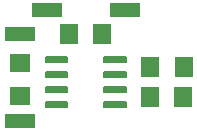
<source format=gtp>
G04 EAGLE Gerber RS-274X export*
G75*
%MOMM*%
%FSLAX34Y34*%
%LPD*%
%INTop Paste*%
%IPPOS*%
%AMOC8*
5,1,8,0,0,1.08239X$1,22.5*%
G01*
%ADD10R,1.800000X1.600000*%
%ADD11R,1.600000X1.800000*%
%ADD12R,2.540000X1.270000*%
%ADD13R,1.600000X1.803000*%
%ADD14C,0.150000*%


D10*
X25400Y36800D03*
X25400Y64800D03*
D11*
X135860Y35560D03*
X163860Y35560D03*
X67280Y88900D03*
X95280Y88900D03*
D12*
X25400Y15240D03*
X25400Y88900D03*
X114300Y109220D03*
D13*
X135640Y60960D03*
X164080Y60960D03*
D14*
X65680Y65060D02*
X47480Y65060D01*
X47480Y69560D01*
X65680Y69560D01*
X65680Y65060D01*
X65680Y66485D02*
X47480Y66485D01*
X47480Y67910D02*
X65680Y67910D01*
X65680Y69335D02*
X47480Y69335D01*
X47480Y52360D02*
X65680Y52360D01*
X47480Y52360D02*
X47480Y56860D01*
X65680Y56860D01*
X65680Y52360D01*
X65680Y53785D02*
X47480Y53785D01*
X47480Y55210D02*
X65680Y55210D01*
X65680Y56635D02*
X47480Y56635D01*
X47480Y39660D02*
X65680Y39660D01*
X47480Y39660D02*
X47480Y44160D01*
X65680Y44160D01*
X65680Y39660D01*
X65680Y41085D02*
X47480Y41085D01*
X47480Y42510D02*
X65680Y42510D01*
X65680Y43935D02*
X47480Y43935D01*
X47480Y26960D02*
X65680Y26960D01*
X47480Y26960D02*
X47480Y31460D01*
X65680Y31460D01*
X65680Y26960D01*
X65680Y28385D02*
X47480Y28385D01*
X47480Y29810D02*
X65680Y29810D01*
X65680Y31235D02*
X47480Y31235D01*
X96880Y26960D02*
X115080Y26960D01*
X96880Y26960D02*
X96880Y31460D01*
X115080Y31460D01*
X115080Y26960D01*
X115080Y28385D02*
X96880Y28385D01*
X96880Y29810D02*
X115080Y29810D01*
X115080Y31235D02*
X96880Y31235D01*
X96880Y39660D02*
X115080Y39660D01*
X96880Y39660D02*
X96880Y44160D01*
X115080Y44160D01*
X115080Y39660D01*
X115080Y41085D02*
X96880Y41085D01*
X96880Y42510D02*
X115080Y42510D01*
X115080Y43935D02*
X96880Y43935D01*
X96880Y52360D02*
X115080Y52360D01*
X96880Y52360D02*
X96880Y56860D01*
X115080Y56860D01*
X115080Y52360D01*
X115080Y53785D02*
X96880Y53785D01*
X96880Y55210D02*
X115080Y55210D01*
X115080Y56635D02*
X96880Y56635D01*
X96880Y65060D02*
X115080Y65060D01*
X96880Y65060D02*
X96880Y69560D01*
X115080Y69560D01*
X115080Y65060D01*
X115080Y66485D02*
X96880Y66485D01*
X96880Y67910D02*
X115080Y67910D01*
X115080Y69335D02*
X96880Y69335D01*
D12*
X48260Y109220D03*
M02*

</source>
